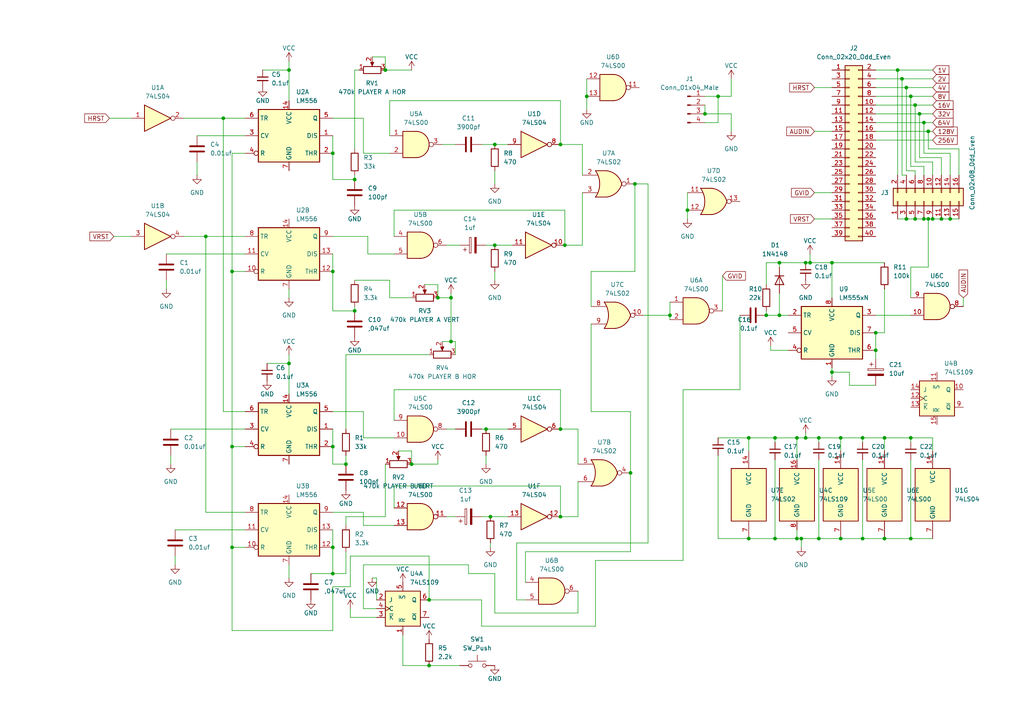
<source format=kicad_sch>
(kicad_sch (version 20211123) (generator eeschema)
  (paper "A4")
  (title_block (title "A Game of Tag") (date "2025-01-30") (rev "1") (company "Lockhart Electronics") (comment 1 "Based on designs by David L Heiserman"))
  (lib_symbols
    (symbol "74xx:74LS00" (pin_names (offset 1.016))
      (property "Reference" "U" (at 0 1.27 0))
      (property "Value" "74LS00" (at 0 -1.27 0))
      (symbol "74LS00_1_1"
        (pin input line (at -7.62 2.54 0) (length 3.81) (name "~") (number "1"))
        (pin input line (at -7.62 -2.54 0) (length 3.81) (name "~") (number "2"))
        (pin output inverted (at 7.62 0 180) (length 3.81) (name "~") (number "3"))
      )
      (symbol "74LS00_1_2"
        (pin input inverted (at -7.62 2.54 0) (length 4.318) (name "~") (number "1"))
        (pin input inverted (at -7.62 -2.54 0) (length 4.318) (name "~") (number "2"))
        (pin output line (at 7.62 0 180) (length 3.81) (name "~") (number "3"))
      )
      (symbol "74LS00_2_1"
        (pin input line (at -7.62 2.54 0) (length 3.81) (name "~") (number "4"))
        (pin input line (at -7.62 -2.54 0) (length 3.81) (name "~") (number "5"))
        (pin output inverted (at 7.62 0 180) (length 3.81) (name "~") (number "6"))
      )
      (symbol "74LS00_2_2"
        (pin input inverted (at -7.62 2.54 0) (length 4.318) (name "~") (number "4"))
        (pin input inverted (at -7.62 -2.54 0) (length 4.318) (name "~") (number "5"))
        (pin output line (at 7.62 0 180) (length 3.81) (name "~") (number "6"))
      )
      (symbol "74LS00_3_1"
        (pin input line (at -7.62 -2.54 0) (length 3.81) (name "~") (number "10"))
        (pin output inverted (at 7.62 0 180) (length 3.81) (name "~") (number "8"))
        (pin input line (at -7.62 2.54 0) (length 3.81) (name "~") (number "9"))
      )
      (symbol "74LS00_3_2"
        (pin input inverted (at -7.62 -2.54 0) (length 4.318) (name "~") (number "10"))
        (pin output line (at 7.62 0 180) (length 3.81) (name "~") (number "8"))
        (pin input inverted (at -7.62 2.54 0) (length 4.318) (name "~") (number "9"))
      )
      (symbol "74LS00_4_1"
        (pin output inverted (at 7.62 0 180) (length 3.81) (name "~") (number "11"))
        (pin input line (at -7.62 2.54 0) (length 3.81) (name "~") (number "12"))
        (pin input line (at -7.62 -2.54 0) (length 3.81) (name "~") (number "13"))
      )
      (symbol "74LS00_4_2"
        (pin output line (at 7.62 0 180) (length 3.81) (name "~") (number "11"))
        (pin input inverted (at -7.62 2.54 0) (length 4.318) (name "~") (number "12"))
        (pin input inverted (at -7.62 -2.54 0) (length 4.318) (name "~") (number "13"))
      )
      (symbol "74LS00_5_0"
        (pin power_in line (at 0 12.7 270) (length 5.08) (name "VCC") (number "14"))
        (pin power_in line (at 0 -12.7 90) (length 5.08) (name "GND") (number "7"))
      )
    )
    (symbol "74xx:74LS02" (pin_names (offset 1.016))
      (property "Reference" "U" (at 0 1.27 0))
      (property "Value" "74LS02" (at 0 -1.27 0))
      (symbol "74LS02_1_1"
        (pin output inverted (at 7.62 0 180) (length 3.81) (name "~") (number "1"))
        (pin input line (at -7.62 2.54 0) (length 4.318) (name "~") (number "2"))
        (pin input line (at -7.62 -2.54 0) (length 4.318) (name "~") (number "3"))
      )
      (symbol "74LS02_1_2"
        (pin output line (at 7.62 0 180) (length 3.81) (name "~") (number "1"))
        (pin input inverted (at -7.62 2.54 0) (length 3.81) (name "~") (number "2"))
        (pin input inverted (at -7.62 -2.54 0) (length 3.81) (name "~") (number "3"))
      )
      (symbol "74LS02_2_1"
        (pin output inverted (at 7.62 0 180) (length 3.81) (name "~") (number "4"))
        (pin input line (at -7.62 2.54 0) (length 4.318) (name "~") (number "5"))
        (pin input line (at -7.62 -2.54 0) (length 4.318) (name "~") (number "6"))
      )
      (symbol "74LS02_2_2"
        (pin output line (at 7.62 0 180) (length 3.81) (name "~") (number "4"))
        (pin input inverted (at -7.62 2.54 0) (length 3.81) (name "~") (number "5"))
        (pin input inverted (at -7.62 -2.54 0) (length 3.81) (name "~") (number "6"))
      )
      (symbol "74LS02_3_1"
        (pin output inverted (at 7.62 0 180) (length 3.81) (name "~") (number "10"))
        (pin input line (at -7.62 2.54 0) (length 4.318) (name "~") (number "8"))
        (pin input line (at -7.62 -2.54 0) (length 4.318) (name "~") (number "9"))
      )
      (symbol "74LS02_3_2"
        (pin output line (at 7.62 0 180) (length 3.81) (name "~") (number "10"))
        (pin input inverted (at -7.62 2.54 0) (length 3.81) (name "~") (number "8"))
        (pin input inverted (at -7.62 -2.54 0) (length 3.81) (name "~") (number "9"))
      )
      (symbol "74LS02_4_1"
        (pin input line (at -7.62 2.54 0) (length 4.318) (name "~") (number "11"))
        (pin input line (at -7.62 -2.54 0) (length 4.318) (name "~") (number "12"))
        (pin output inverted (at 7.62 0 180) (length 3.81) (name "~") (number "13"))
      )
      (symbol "74LS02_4_2"
        (pin input inverted (at -7.62 2.54 0) (length 3.81) (name "~") (number "11"))
        (pin input inverted (at -7.62 -2.54 0) (length 3.81) (name "~") (number "12"))
        (pin output line (at 7.62 0 180) (length 3.81) (name "~") (number "13"))
      )
      (symbol "74LS02_5_0"
        (pin power_in line (at 0 12.7 270) (length 5.08) (name "VCC") (number "14"))
        (pin power_in line (at 0 -12.7 90) (length 5.08) (name "GND") (number "7"))
      )
    )
    (symbol "74xx:74LS04"
      (property "Reference" "U" (at 0 1.27 0))
      (property "Value" "74LS04" (at 0 -1.27 0))
      (symbol "74LS04_1_0"
        (pin input line (at -7.62 0 0) (length 3.81) (name "~") (number "1"))
        (pin output inverted (at 7.62 0 180) (length 3.81) (name "~") (number "2"))
      )
      (symbol "74LS04_2_0"
        (pin input line (at -7.62 0 0) (length 3.81) (name "~") (number "3"))
        (pin output inverted (at 7.62 0 180) (length 3.81) (name "~") (number "4"))
      )
      (symbol "74LS04_3_0"
        (pin input line (at -7.62 0 0) (length 3.81) (name "~") (number "5"))
        (pin output inverted (at 7.62 0 180) (length 3.81) (name "~") (number "6"))
      )
      (symbol "74LS04_4_0"
        (pin output inverted (at 7.62 0 180) (length 3.81) (name "~") (number "8"))
        (pin input line (at -7.62 0 0) (length 3.81) (name "~") (number "9"))
      )
      (symbol "74LS04_5_0"
        (pin output inverted (at 7.62 0 180) (length 3.81) (name "~") (number "10"))
        (pin input line (at -7.62 0 0) (length 3.81) (name "~") (number "11"))
      )
      (symbol "74LS04_6_0"
        (pin output inverted (at 7.62 0 180) (length 3.81) (name "~") (number "12"))
        (pin input line (at -7.62 0 0) (length 3.81) (name "~") (number "13"))
      )
      (symbol "74LS04_7_0"
        (pin power_in line (at 0 12.7 270) (length 5.08) (name "VCC") (number "14"))
        (pin power_in line (at 0 -12.7 90) (length 5.08) (name "GND") (number "7"))
      )
    )
    (symbol "74xx:74LS109" (pin_names (offset 1.016))
      (property "Reference" "U" (at -7.62 8.89 0))
      (property "Value" "74LS109" (at -7.62 -8.89 0))
      (symbol "74LS109_1_0"
        (pin input line (at 0 -7.62 90) (length 2.54) (name "~{R}") (number "1"))
        (pin input line (at -7.62 2.54 0) (length 2.54) (name "J") (number "2"))
        (pin input line (at -7.62 -2.54 0) (length 2.54) (name "~{K}") (number "3"))
        (pin input clock (at -7.62 0 0) (length 2.54) (name "C") (number "4"))
        (pin input line (at 0 7.62 270) (length 2.54) (name "~{S}") (number "5"))
        (pin output line (at 7.62 2.54 180) (length 2.54) (name "Q") (number "6"))
        (pin output line (at 7.62 -2.54 180) (length 2.54) (name "~{Q}") (number "7"))
      )
      (symbol "74LS109_2_0"
        (pin output line (at 7.62 2.54 180) (length 2.54) (name "Q") (number "10"))
        (pin input line (at 0 7.62 270) (length 2.54) (name "~{S}") (number "11"))
        (pin input clock (at -7.62 0 0) (length 2.54) (name "C") (number "12"))
        (pin input line (at -7.62 -2.54 0) (length 2.54) (name "~{K}") (number "13"))
        (pin input line (at -7.62 2.54 0) (length 2.54) (name "J") (number "14"))
        (pin input line (at 0 -7.62 90) (length 2.54) (name "~{R}") (number "15"))
        (pin output line (at 7.62 -2.54 180) (length 2.54) (name "~{Q}") (number "9"))
      )
      (symbol "74LS109_3_0"
        (pin power_in line (at 0 10.16 270) (length 2.54) (name "VCC") (number "16"))
        (pin power_in line (at 0 -10.16 90) (length 2.54) (name "GND") (number "8"))
      )
    )
    (symbol "Connector:Conn_01x04_Male" (pin_names (offset 1.016) hide)
      (property "Reference" "J" (at 0 5.08 0))
      (property "Value" "Conn_01x04_Male" (at 0 -7.62 0))
      (symbol "Conn_01x04_Male_1_1"
        (pin passive line (at 5.08 2.54 180) (length 3.81) (name "Pin_1") (number "1"))
        (pin passive line (at 5.08 0 180) (length 3.81) (name "Pin_2") (number "2"))
        (pin passive line (at 5.08 -2.54 180) (length 3.81) (name "Pin_3") (number "3"))
        (pin passive line (at 5.08 -5.08 180) (length 3.81) (name "Pin_4") (number "4"))
      )
    )
    (symbol "Connector_Generic:Conn_02x08_Odd_Even" (pin_names (offset 1.016) hide)
      (property "Reference" "J" (at 1.27 10.16 0))
      (property "Value" "Conn_02x08_Odd_Even" (at 1.27 -12.7 0))
      (symbol "Conn_02x08_Odd_Even_1_1"
        (pin passive line (at -5.08 7.62 0) (length 3.81) (name "Pin_1") (number "1"))
        (pin passive line (at 7.62 -2.54 180) (length 3.81) (name "Pin_10") (number "10"))
        (pin passive line (at -5.08 -5.08 0) (length 3.81) (name "Pin_11") (number "11"))
        (pin passive line (at 7.62 -5.08 180) (length 3.81) (name "Pin_12") (number "12"))
        (pin passive line (at -5.08 -7.62 0) (length 3.81) (name "Pin_13") (number "13"))
        (pin passive line (at 7.62 -7.62 180) (length 3.81) (name "Pin_14") (number "14"))
        (pin passive line (at -5.08 -10.16 0) (length 3.81) (name "Pin_15") (number "15"))
        (pin passive line (at 7.62 -10.16 180) (length 3.81) (name "Pin_16") (number "16"))
        (pin passive line (at 7.62 7.62 180) (length 3.81) (name "Pin_2") (number "2"))
        (pin passive line (at -5.08 5.08 0) (length 3.81) (name "Pin_3") (number "3"))
        (pin passive line (at 7.62 5.08 180) (length 3.81) (name "Pin_4") (number "4"))
        (pin passive line (at -5.08 2.54 0) (length 3.81) (name "Pin_5") (number "5"))
        (pin passive line (at 7.62 2.54 180) (length 3.81) (name "Pin_6") (number "6"))
        (pin passive line (at -5.08 0 0) (length 3.81) (name "Pin_7") (number "7"))
        (pin passive line (at 7.62 0 180) (length 3.81) (name "Pin_8") (number "8"))
        (pin passive line (at -5.08 -2.54 0) (length 3.81) (name "Pin_9") (number "9"))
      )
    )
    (symbol "Connector_Generic:Conn_02x20_Odd_Even" (pin_names (offset 1.016) hide)
      (property "Reference" "J" (at 1.27 25.4 0))
      (property "Value" "Conn_02x20_Odd_Even" (at 1.27 -27.94 0))
      (symbol "Conn_02x20_Odd_Even_1_1"
        (pin passive line (at -5.08 22.86 0) (length 3.81) (name "Pin_1") (number "1"))
        (pin passive line (at 7.62 12.7 180) (length 3.81) (name "Pin_10") (number "10"))
        (pin passive line (at -5.08 10.16 0) (length 3.81) (name "Pin_11") (number "11"))
        (pin passive line (at 7.62 10.16 180) (length 3.81) (name "Pin_12") (number "12"))
        (pin passive line (at -5.08 7.62 0) (length 3.81) (name "Pin_13") (number "13"))
        (pin passive line (at 7.62 7.62 180) (length 3.81) (name "Pin_14") (number "14"))
        (pin passive line (at -5.08 5.08 0) (length 3.81) (name "Pin_15") (number "15"))
        (pin passive line (at 7.62 5.08 180) (length 3.81) (name "Pin_16") (number "16"))
        (pin passive line (at -5.08 2.54 0) (length 3.81) (name "Pin_17") (number "17"))
        (pin passive line (at 7.62 2.54 180) (length 3.81) (name "Pin_18") (number "18"))
        (pin passive line (at -5.08 0 0) (length 3.81) (name "Pin_19") (number "19"))
        (pin passive line (at 7.62 22.86 180) (length 3.81) (name "Pin_2") (number "2"))
        (pin passive line (at 7.62 0 180) (length 3.81) (name "Pin_20") (number "20"))
        (pin passive line (at -5.08 -2.54 0) (length 3.81) (name "Pin_21") (number "21"))
        (pin passive line (at 7.62 -2.54 180) (length 3.81) (name "Pin_22") (number "22"))
        (pin passive line (at -5.08 -5.08 0) (length 3.81) (name "Pin_23") (number "23"))
        (pin passive line (at 7.62 -5.08 180) (length 3.81) (name "Pin_24") (number "24"))
        (pin passive line (at -5.08 -7.62 0) (length 3.81) (name "Pin_25") (number "25"))
        (pin passive line (at 7.62 -7.62 180) (length 3.81) (name "Pin_26") (number "26"))
        (pin passive line (at -5.08 -10.16 0) (length 3.81) (name "Pin_27") (number "27"))
        (pin passive line (at 7.62 -10.16 180) (length 3.81) (name "Pin_28") (number "28"))
        (pin passive line (at -5.08 -12.7 0) (length 3.81) (name "Pin_29") (number "29"))
        (pin passive line (at -5.08 20.32 0) (length 3.81) (name "Pin_3") (number "3"))
        (pin passive line (at 7.62 -12.7 180) (length 3.81) (name "Pin_30") (number "30"))
        (pin passive line (at -5.08 -15.24 0) (length 3.81) (name "Pin_31") (number "31"))
        (pin passive line (at 7.62 -15.24 180) (length 3.81) (name "Pin_32") (number "32"))
        (pin passive line (at -5.08 -17.78 0) (length 3.81) (name "Pin_33") (number "33"))
        (pin passive line (at 7.62 -17.78 180) (length 3.81) (name "Pin_34") (number "34"))
        (pin passive line (at -5.08 -20.32 0) (length 3.81) (name "Pin_35") (number "35"))
        (pin passive line (at 7.62 -20.32 180) (length 3.81) (name "Pin_36") (number "36"))
        (pin passive line (at -5.08 -22.86 0) (length 3.81) (name "Pin_37") (number "37"))
        (pin passive line (at 7.62 -22.86 180) (length 3.81) (name "Pin_38") (number "38"))
        (pin passive line (at -5.08 -25.4 0) (length 3.81) (name "Pin_39") (number "39"))
        (pin passive line (at 7.62 20.32 180) (length 3.81) (name "Pin_4") (number "4"))
        (pin passive line (at 7.62 -25.4 180) (length 3.81) (name "Pin_40") (number "40"))
        (pin passive line (at -5.08 17.78 0) (length 3.81) (name "Pin_5") (number "5"))
        (pin passive line (at 7.62 17.78 180) (length 3.81) (name "Pin_6") (number "6"))
        (pin passive line (at -5.08 15.24 0) (length 3.81) (name "Pin_7") (number "7"))
        (pin passive line (at 7.62 15.24 180) (length 3.81) (name "Pin_8") (number "8"))
        (pin passive line (at -5.08 12.7 0) (length 3.81) (name "Pin_9") (number "9"))
      )
    )
    (symbol "Device:C" (pin_numbers hide) (pin_names (offset 0.254))
      (property "Reference" "C" (at 0.635 2.54 0))
      (property "Value" "C" (at 0.635 -2.54 0))
      (symbol "C_1_1"
        (pin passive line (at 0 3.81 270) (length 2.794) (name "~") (number "1"))
        (pin passive line (at 0 -3.81 90) (length 2.794) (name "~") (number "2"))
      )
    )
    (symbol "Device:C_Polarized" (pin_numbers hide) (pin_names (offset 0.254))
      (property "Reference" "C" (at 0.635 2.54 0))
      (property "Value" "C_Polarized" (at 0.635 -2.54 0))
      (symbol "C_Polarized_1_1"
        (pin passive line (at 0 3.81 270) (length 2.794) (name "~") (number "1"))
        (pin passive line (at 0 -3.81 90) (length 2.794) (name "~") (number "2"))
      )
    )
    (symbol "Device:C_Small" (pin_numbers hide) (pin_names (offset 0.254) hide)
      (property "Reference" "C" (at 0.254 1.778 0))
      (property "Value" "C_Small" (at 0.254 -2.032 0))
      (symbol "C_Small_1_1"
        (pin passive line (at 0 2.54 270) (length 2.032) (name "~") (number "1"))
        (pin passive line (at 0 -2.54 90) (length 2.032) (name "~") (number "2"))
      )
    )
    (symbol "Device:R" (pin_numbers hide) (pin_names (offset 0))
      (property "Reference" "R" (at 2.032 0 90))
      (property "Value" "R" (at 0 0 90))
      (symbol "R_1_1"
        (pin passive line (at 0 3.81 270) (length 1.27) (name "~") (number "1"))
        (pin passive line (at 0 -3.81 90) (length 1.27) (name "~") (number "2"))
      )
    )
    (symbol "Device:R_Potentiometer" (pin_names (offset 1.016) hide)
      (property "Reference" "RV" (at -4.445 0 90))
      (property "Value" "R_Potentiometer" (at -2.54 0 90))
      (symbol "R_Potentiometer_1_1"
        (pin passive line (at 0 3.81 270) (length 1.27) (name "1") (number "1"))
        (pin passive line (at 3.81 0 180) (length 1.27) (name "2") (number "2"))
        (pin passive line (at 0 -3.81 90) (length 1.27) (name "3") (number "3"))
      )
    )
    (symbol "Diode:1N4148" (pin_numbers hide) (pin_names (offset 1.016) hide)
      (property "Reference" "D" (at 0 2.54 0))
      (property "Value" "1N4148" (at 0 -2.54 0))
      (symbol "1N4148_1_1"
        (pin passive line (at -3.81 0 0) (length 2.54) (name "K") (number "1"))
        (pin passive line (at 3.81 0 180) (length 2.54) (name "A") (number "2"))
      )
    )
    (symbol "Switch:SW_Push" (pin_numbers hide) (pin_names (offset 1.016) hide)
      (property "Reference" "SW" (at 1.27 2.54 0))
      (property "Value" "SW_Push" (at 0 -1.524 0))
      (symbol "SW_Push_0_1"
        (pin passive line (at -5.08 0 0) (length 2.54) (name "1") (number "1"))
        (pin passive line (at 5.08 0 180) (length 2.54) (name "2") (number "2"))
      )
    )
    (symbol "Timer:LM555xN"
      (property "Reference" "U" (at -10.16 8.89 0))
      (property "Value" "LM555xN" (at 2.54 8.89 0))
      (symbol "LM555xN_0_0"
        (pin power_in line (at 0 -10.16 90) (length 2.54) (name "GND") (number "1"))
        (pin power_in line (at 0 10.16 270) (length 2.54) (name "VCC") (number "8"))
      )
      (symbol "LM555xN_1_1"
        (pin input line (at -12.7 5.08 0) (length 3.81) (name "TR") (number "2"))
        (pin output line (at 12.7 5.08 180) (length 3.81) (name "Q") (number "3"))
        (pin input inverted (at -12.7 -5.08 0) (length 3.81) (name "R") (number "4"))
        (pin input line (at -12.7 0 0) (length 3.81) (name "CV") (number "5"))
        (pin input line (at 12.7 -5.08 180) (length 3.81) (name "THR") (number "6"))
        (pin input line (at 12.7 0 180) (length 3.81) (name "DIS") (number "7"))
      )
    )
    (symbol "Timer:LM556"
      (property "Reference" "U" (at -10.16 8.89 0))
      (property "Value" "LM556" (at -10.16 -8.89 0))
      (symbol "LM556_0_0"
        (pin power_in line (at 0 10.16 270) (length 2.54) (name "VCC") (number "14"))
        (pin power_in line (at 0 -10.16 90) (length 2.54) (name "GND") (number "7"))
      )
      (symbol "LM556_1_1"
        (pin input line (at 12.7 0 180) (length 3.81) (name "DIS") (number "1"))
        (pin input line (at 12.7 -5.08 180) (length 3.81) (name "THR") (number "2"))
        (pin input line (at -12.7 0 0) (length 3.81) (name "CV") (number "3"))
        (pin input inverted (at -12.7 -5.08 0) (length 3.81) (name "R") (number "4"))
        (pin output line (at 12.7 5.08 180) (length 3.81) (name "Q") (number "5"))
        (pin input line (at -12.7 5.08 0) (length 3.81) (name "TR") (number "6"))
      )
      (symbol "LM556_2_1"
        (pin input inverted (at -12.7 -5.08 0) (length 3.81) (name "R") (number "10"))
        (pin input line (at -12.7 0 0) (length 3.81) (name "CV") (number "11"))
        (pin input line (at 12.7 -5.08 180) (length 3.81) (name "THR") (number "12"))
        (pin input line (at 12.7 0 180) (length 3.81) (name "DIS") (number "13"))
        (pin input line (at -12.7 5.08 0) (length 3.81) (name "TR") (number "8"))
        (pin output line (at 12.7 5.08 180) (length 3.81) (name "Q") (number "9"))
      )
    )
    (symbol "power:GND" (power) (pin_names (offset 0))
      (property "Value" "GND" (at 0 -3.81 0))
      (symbol "GND_1_1"
        (pin power_in line (at 0 0 270) (length 0) hide (name "GND") (number "1"))
      )
    )
    (symbol "power:VCC" (power) (pin_names (offset 0))
      (property "Value" "VCC" (at 0 3.81 0))
      (symbol "VCC_1_1"
        (pin power_in line (at 0 0 90) (length 0) hide (name "VCC") (number "1"))
      )
    )
  )
  (junction (at 264.16 27.94))
  (junction (at 266.7 33.02))
  (junction (at 222.25 91.44))
  (junction (at 233.68 127))
  (junction (at 237.49 156.21))
  (junction (at 143.51 71.12))
  (junction (at 170.18 27.94))
  (junction (at 226.06 91.44))
  (junction (at 67.31 78.74))
  (junction (at 256.54 156.21))
  (junction (at 241.3 107.95))
  (junction (at 256.54 127))
  (junction (at 264.16 127))
  (junction (at 182.88 137.16))
  (junction (at 265.43 30.48))
  (junction (at 231.14 127))
  (junction (at 162.56 41.91))
  (junction (at 217.17 156.21))
  (junction (at 265.43 63.5))
  (junction (at 83.82 105.41))
  (junction (at 96.52 158.75))
  (junction (at 140.97 124.46))
  (junction (at 67.31 158.75))
  (junction (at 243.84 127))
  (junction (at 269.24 63.5))
  (junction (at 199.39 60.96))
  (junction (at 232.41 156.21))
  (junction (at 231.14 156.21))
  (junction (at 124.46 173.99))
  (junction (at 96.52 129.54))
  (junction (at 130.81 86.36))
  (junction (at 234.95 76.2))
  (junction (at 275.59 63.5))
  (junction (at 208.28 27.94))
  (junction (at 102.87 52.07))
  (junction (at 270.51 63.5))
  (junction (at 250.19 156.21))
  (junction (at 204.47 33.02))
  (junction (at 241.3 76.2))
  (junction (at 67.31 129.54))
  (junction (at 250.19 127))
  (junction (at 224.79 127))
  (junction (at 261.62 22.86))
  (junction (at 262.89 25.4))
  (junction (at 130.81 99.06))
  (junction (at 96.52 166.37))
  (junction (at 224.79 156.21))
  (junction (at 226.06 76.2))
  (junction (at 96.52 78.74))
  (junction (at 83.82 20.32))
  (junction (at 269.24 38.1))
  (junction (at 162.56 149.86))
  (junction (at 260.35 20.32))
  (junction (at 119.38 134.62))
  (junction (at 102.87 90.17))
  (junction (at 184.15 53.34))
  (junction (at 194.31 91.44))
  (junction (at 262.89 63.5))
  (junction (at 100.33 134.62))
  (junction (at 124.46 193.04))
  (junction (at 254 96.52))
  (junction (at 142.24 149.86))
  (junction (at 127 86.36))
  (junction (at 267.97 35.56))
  (junction (at 163.83 71.12))
  (junction (at 143.51 41.91))
  (junction (at 237.49 127))
  (junction (at 111.76 20.32))
  (junction (at 264.16 156.21))
  (junction (at 59.69 68.58))
  (junction (at 64.77 34.29))
  (junction (at 162.56 124.46))
  (junction (at 254 101.6))
  (junction (at 273.05 63.5))
  (junction (at 96.52 44.45))
  (junction (at 233.68 76.2))
  (junction (at 217.17 127))
  (junction (at 243.84 156.21))
  (junction (at 267.97 63.5))
  (wire (pts (xy 236.22 38.1) (xy 241.3 38.1)))
  (wire (pts (xy 254 40.64) (xy 270.51 40.64)))
  (wire (pts (xy 100.33 132.08) (xy 100.33 134.62)))
  (wire (pts (xy 124.46 102.87) (xy 100.33 102.87)))
  (wire (pts (xy 256.54 127) (xy 250.19 127)))
  (wire (pts (xy 71.12 44.45) (xy 67.31 44.45)))
  (wire (pts (xy 59.69 148.59) (xy 71.12 148.59)))
  (wire (pts (xy 152.4 173.99) (xy 149.86 173.99)))
  (wire (pts (xy 261.62 22.86) (xy 270.51 22.86)))
  (wire (pts (xy 96.52 52.07) (xy 102.87 52.07)))
  (wire (pts (xy 106.68 68.58) (xy 106.68 73.66)))
  (wire (pts (xy 100.33 160.02) (xy 100.33 166.37)))
  (wire (pts (xy 114.3 60.96) (xy 163.83 60.96)))
  (wire (pts (xy 199.39 55.88) (xy 199.39 60.96)))
  (wire (pts (xy 171.45 78.74) (xy 171.45 88.9)))
  (wire (pts (xy 143.51 49.53) (xy 143.51 53.34)))
  (wire (pts (xy 104.14 20.32) (xy 102.87 20.32)))
  (wire (pts (xy 96.52 34.29) (xy 105.41 34.29)))
  (wire (pts (xy 96.52 78.74) (xy 96.52 90.17)))
  (wire (pts (xy 278.13 43.18) (xy 269.24 43.18)))
  (wire (pts (xy 109.22 179.07) (xy 101.6 179.07)))
  (wire (pts (xy 269.24 38.1) (xy 269.24 43.18)))
  (wire (pts (xy 224.79 156.21) (xy 231.14 156.21)))
  (wire (pts (xy 105.41 119.38) (xy 105.41 127)))
  (wire (pts (xy 130.81 86.36) (xy 127 86.36)))
  (wire (pts (xy 149.86 157.48) (xy 187.96 157.48)))
  (wire (pts (xy 143.51 41.91) (xy 147.32 41.91)))
  (wire (pts (xy 83.82 17.78) (xy 83.82 20.32)))
  (wire (pts (xy 233.68 125.73) (xy 233.68 127)))
  (wire (pts (xy 102.87 50.8) (xy 102.87 52.07)))
  (wire (pts (xy 236.22 25.4) (xy 241.3 25.4)))
  (wire (pts (xy 162.56 140.97) (xy 162.56 149.86)))
  (wire (pts (xy 222.25 91.44) (xy 226.06 91.44)))
  (wire (pts (xy 64.77 34.29) (xy 64.77 119.38)))
  (wire (pts (xy 124.46 193.04) (xy 133.35 193.04)))
  (wire (pts (xy 143.51 166.37) (xy 135.89 166.37)))
  (wire (pts (xy 254 30.48) (xy 265.43 30.48)))
  (wire (pts (xy 204.47 27.94) (xy 208.28 27.94)))
  (wire (pts (xy 132.08 99.06) (xy 132.08 102.87)))
  (wire (pts (xy 267.97 44.45) (xy 267.97 35.56)))
  (wire (pts (xy 260.35 63.5) (xy 262.89 63.5)))
  (wire (pts (xy 184.15 53.34) (xy 184.15 78.74)))
  (wire (pts (xy 237.49 127) (xy 233.68 127)))
  (wire (pts (xy 241.3 107.95) (xy 241.3 109.22)))
  (wire (pts (xy 226.06 76.2) (xy 226.06 77.47)))
  (wire (pts (xy 101.6 161.29) (xy 101.6 170.18)))
  (wire (pts (xy 162.56 124.46) (xy 167.64 124.46)))
  (wire (pts (xy 113.03 39.37) (xy 113.03 29.21)))
  (wire (pts (xy 142.24 149.86) (xy 147.32 149.86)))
  (wire (pts (xy 275.59 44.45) (xy 267.97 44.45)))
  (wire (pts (xy 223.52 101.6) (xy 223.52 100.33)))
  (wire (pts (xy 143.51 78.74) (xy 143.51 81.28)))
  (wire (pts (xy 96.52 124.46) (xy 96.52 129.54)))
  (wire (pts (xy 250.19 156.21) (xy 256.54 156.21)))
  (wire (pts (xy 231.14 153.67) (xy 231.14 156.21)))
  (wire (pts (xy 96.52 153.67) (xy 96.52 158.75)))
  (wire (pts (xy 226.06 91.44) (xy 228.6 91.44)))
  (wire (pts (xy 130.81 85.09) (xy 130.81 86.36)))
  (wire (pts (xy 130.81 86.36) (xy 130.81 99.06)))
  (wire (pts (xy 96.52 182.88) (xy 67.31 182.88)))
  (wire (pts (xy 264.16 77.47) (xy 264.16 86.36)))
  (wire (pts (xy 204.47 33.02) (xy 212.09 33.02)))
  (wire (pts (xy 265.43 50.8) (xy 265.43 49.53)))
  (wire (pts (xy 275.59 63.5) (xy 278.13 63.5)))
  (wire (pts (xy 243.84 156.21) (xy 250.19 156.21)))
  (wire (pts (xy 102.87 20.32) (xy 102.87 43.18)))
  (wire (pts (xy 241.3 107.95) (xy 246.38 107.95)))
  (wire (pts (xy 243.84 127) (xy 237.49 127)))
  (wire (pts (xy 168.91 41.91) (xy 168.91 50.8)))
  (wire (pts (xy 142.24 157.48) (xy 142.24 158.75)))
  (wire (pts (xy 267.97 63.5) (xy 269.24 63.5)))
  (wire (pts (xy 140.97 124.46) (xy 147.32 124.46)))
  (wire (pts (xy 111.76 16.51) (xy 111.76 20.32)))
  (wire (pts (xy 140.97 71.12) (xy 143.51 71.12)))
  (wire (pts (xy 186.69 91.44) (xy 194.31 91.44)))
  (wire (pts (xy 96.52 44.45) (xy 96.52 52.07)))
  (wire (pts (xy 59.69 68.58) (xy 71.12 68.58)))
  (wire (pts (xy 270.51 127) (xy 264.16 127)))
  (wire (pts (xy 233.68 76.2) (xy 234.95 76.2)))
  (wire (pts (xy 198.12 113.03) (xy 214.63 113.03)))
  (wire (pts (xy 163.83 60.96) (xy 163.83 71.12)))
  (wire (pts (xy 204.47 35.56) (xy 208.28 35.56)))
  (wire (pts (xy 139.7 41.91) (xy 143.51 41.91)))
  (wire (pts (xy 139.7 173.99) (xy 139.7 181.61)))
  (wire (pts (xy 105.41 176.53) (xy 109.22 176.53)))
  (wire (pts (xy 105.41 34.29) (xy 105.41 44.45)))
  (wire (pts (xy 140.97 132.08) (xy 140.97 134.62)))
  (wire (pts (xy 224.79 127) (xy 224.79 128.27)))
  (wire (pts (xy 64.77 119.38) (xy 71.12 119.38)))
  (wire (pts (xy 184.15 78.74) (xy 171.45 78.74)))
  (wire (pts (xy 114.3 147.32) (xy 114.3 140.97)))
  (wire (pts (xy 209.55 90.17) (xy 209.55 80.01)))
  (wire (pts (xy 96.52 68.58) (xy 106.68 68.58)))
  (wire (pts (xy 116.84 184.15) (xy 116.84 193.04)))
  (wire (pts (xy 96.52 129.54) (xy 96.52 134.62)))
  (wire (pts (xy 168.91 71.12) (xy 163.83 71.12)))
  (wire (pts (xy 167.64 171.45) (xy 167.64 177.8)))
  (wire (pts (xy 143.51 71.12) (xy 148.59 71.12)))
  (wire (pts (xy 67.31 158.75) (xy 71.12 158.75)))
  (wire (pts (xy 124.46 161.29) (xy 101.6 161.29)))
  (wire (pts (xy 124.46 173.99) (xy 139.7 173.99)))
  (wire (pts (xy 182.88 160.02) (xy 182.88 137.16)))
  (wire (pts (xy 67.31 182.88) (xy 67.31 158.75)))
  (wire (pts (xy 208.28 132.08) (xy 208.28 156.21)))
  (wire (pts (xy 53.34 34.29) (xy 64.77 34.29)))
  (wire (pts (xy 267.97 50.8) (xy 267.97 48.26)))
  (wire (pts (xy 254 27.94) (xy 264.16 27.94)))
  (wire (pts (xy 107.95 16.51) (xy 111.76 16.51)))
  (wire (pts (xy 167.64 124.46) (xy 167.64 134.62)))
  (wire (pts (xy 111.76 134.62) (xy 111.76 149.86)))
  (wire (pts (xy 123.19 82.55) (xy 127 82.55)))
  (wire (pts (xy 109.22 173.99) (xy 109.22 167.64)))
  (wire (pts (xy 67.31 78.74) (xy 71.12 78.74)))
  (wire (pts (xy 113.03 86.36) (xy 113.03 81.28)))
  (wire (pts (xy 139.7 149.86) (xy 142.24 149.86)))
  (wire (pts (xy 129.54 124.46) (xy 132.08 124.46)))
  (wire (pts (xy 254 35.56) (xy 267.97 35.56)))
  (wire (pts (xy 162.56 29.21) (xy 162.56 41.91)))
  (wire (pts (xy 208.28 27.94) (xy 212.09 27.94)))
  (wire (pts (xy 273.05 45.72) (xy 266.7 45.72)))
  (wire (pts (xy 114.3 113.03) (xy 162.56 113.03)))
  (wire (pts (xy 105.41 148.59) (xy 105.41 152.4)))
  (wire (pts (xy 182.88 119.38) (xy 182.88 137.16)))
  (wire (pts (xy 101.6 170.18) (xy 96.52 170.18)))
  (wire (pts (xy 256.54 156.21) (xy 264.16 156.21)))
  (wire (pts (xy 96.52 148.59) (xy 105.41 148.59)))
  (wire (pts (xy 119.38 86.36) (xy 113.03 86.36)))
  (wire (pts (xy 264.16 156.21) (xy 270.51 156.21)))
  (wire (pts (xy 96.52 158.75) (xy 96.52 166.37)))
  (wire (pts (xy 100.33 149.86) (xy 100.33 152.4)))
  (wire (pts (xy 254 91.44) (xy 264.16 91.44)))
  (wire (pts (xy 256.54 83.82) (xy 256.54 96.52)))
  (wire (pts (xy 222.25 90.17) (xy 222.25 91.44)))
  (wire (pts (xy 264.16 48.26) (xy 264.16 27.94)))
  (wire (pts (xy 83.82 105.41) (xy 83.82 114.3)))
  (wire (pts (xy 127 134.62) (xy 119.38 134.62)))
  (wire (pts (xy 187.96 157.48) (xy 187.96 53.34)))
  (wire (pts (xy 48.26 73.66) (xy 71.12 73.66)))
  (wire (pts (xy 64.77 34.29) (xy 71.12 34.29)))
  (wire (pts (xy 265.43 49.53) (xy 262.89 49.53)))
  (wire (pts (xy 254 25.4) (xy 262.89 25.4)))
  (wire (pts (xy 246.38 107.95) (xy 246.38 111.76)))
  (wire (pts (xy 265.43 63.5) (xy 267.97 63.5)))
  (wire (pts (xy 264.16 27.94) (xy 270.51 27.94)))
  (wire (pts (xy 96.52 170.18) (xy 96.52 182.88)))
  (wire (pts (xy 212.09 38.1) (xy 212.09 33.02)))
  (wire (pts (xy 105.41 127) (xy 114.3 127)))
  (wire (pts (xy 96.52 90.17) (xy 102.87 90.17)))
  (wire (pts (xy 208.28 127) (xy 217.17 127)))
  (wire (pts (xy 96.52 134.62) (xy 100.33 134.62)))
  (wire (pts (xy 187.96 53.34) (xy 184.15 53.34)))
  (wire (pts (xy 135.89 163.83) (xy 105.41 163.83)))
  (wire (pts (xy 264.16 133.35) (xy 264.16 156.21)))
  (wire (pts (xy 232.41 156.21) (xy 237.49 156.21)))
  (wire (pts (xy 116.84 193.04) (xy 124.46 193.04)))
  (wire (pts (xy 264.16 127) (xy 256.54 127)))
  (wire (pts (xy 67.31 78.74) (xy 67.31 129.54)))
  (wire (pts (xy 256.54 127) (xy 256.54 130.81)))
  (wire (pts (xy 233.68 76.2) (xy 226.06 76.2)))
  (wire (pts (xy 67.31 44.45) (xy 67.31 78.74)))
  (wire (pts (xy 265.43 30.48) (xy 270.51 30.48)))
  (wire (pts (xy 172.72 181.61) (xy 172.72 162.56)))
  (wire (pts (xy 67.31 129.54) (xy 71.12 129.54)))
  (wire (pts (xy 237.49 156.21) (xy 243.84 156.21)))
  (wire (pts (xy 83.82 102.87) (xy 83.82 105.41)))
  (wire (pts (xy 262.89 50.8) (xy 261.62 50.8)))
  (wire (pts (xy 267.97 35.56) (xy 270.51 35.56)))
  (wire (pts (xy 232.41 156.21) (xy 232.41 158.75)))
  (wire (pts (xy 31.75 34.29) (xy 38.1 34.29)))
  (wire (pts (xy 254 22.86) (xy 261.62 22.86)))
  (wire (pts (xy 234.95 76.2) (xy 241.3 76.2)))
  (wire (pts (xy 237.49 127) (xy 237.49 128.27)))
  (wire (pts (xy 105.41 163.83) (xy 105.41 176.53)))
  (wire (pts (xy 111.76 149.86) (xy 100.33 149.86)))
  (wire (pts (xy 260.35 20.32) (xy 260.35 50.8)))
  (wire (pts (xy 224.79 127) (xy 217.17 127)))
  (wire (pts (xy 135.89 166.37) (xy 135.89 163.83)))
  (wire (pts (xy 50.8 153.67) (xy 71.12 153.67)))
  (wire (pts (xy 256.54 96.52) (xy 254 96.52)))
  (wire (pts (xy 208.28 156.21) (xy 217.17 156.21)))
  (wire (pts (xy 106.68 73.66) (xy 114.3 73.66)))
  (wire (pts (xy 262.89 25.4) (xy 270.51 25.4)))
  (wire (pts (xy 170.18 27.94) (xy 170.18 31.75)))
  (wire (pts (xy 279.4 86.36) (xy 279.4 88.9)))
  (wire (pts (xy 250.19 133.35) (xy 250.19 156.21)))
  (wire (pts (xy 172.72 162.56) (xy 198.12 162.56)))
  (wire (pts (xy 234.95 73.66) (xy 234.95 76.2)))
  (wire (pts (xy 105.41 44.45) (xy 113.03 44.45)))
  (wire (pts (xy 59.69 68.58) (xy 59.69 148.59)))
  (wire (pts (xy 143.51 177.8) (xy 143.51 166.37)))
  (wire (pts (xy 236.22 55.88) (xy 241.3 55.88)))
  (wire (pts (xy 273.05 50.8) (xy 273.05 45.72)))
  (wire (pts (xy 49.53 124.46) (xy 71.12 124.46)))
  (wire (pts (xy 162.56 41.91) (xy 168.91 41.91)))
  (wire (pts (xy 270.51 63.5) (xy 273.05 63.5)))
  (wire (pts (xy 149.86 173.99) (xy 149.86 157.48)))
  (wire (pts (xy 96.52 166.37) (xy 90.17 166.37)))
  (wire (pts (xy 127 133.35) (xy 127 134.62)))
  (wire (pts (xy 243.84 127) (xy 243.84 130.81)))
  (wire (pts (xy 261.62 22.86) (xy 261.62 50.8)))
  (wire (pts (xy 114.3 121.92) (xy 114.3 113.03)))
  (wire (pts (xy 224.79 133.35) (xy 224.79 156.21)))
  (wire (pts (xy 236.22 63.5) (xy 241.3 63.5)))
  (wire (pts (xy 270.51 50.8) (xy 270.51 46.99)))
  (wire (pts (xy 53.34 68.58) (xy 59.69 68.58)))
  (wire (pts (xy 100.33 166.37) (xy 96.52 166.37)))
  (wire (pts (xy 102.87 88.9) (xy 102.87 90.17)))
  (wire (pts (xy 217.17 127) (xy 217.17 130.81)))
  (wire (pts (xy 171.45 119.38) (xy 182.88 119.38)))
  (wire (pts (xy 111.76 20.32) (xy 119.38 20.32)))
  (wire (pts (xy 101.6 179.07) (xy 101.6 176.53)))
  (wire (pts (xy 96.52 73.66) (xy 96.52 78.74)))
  (wire (pts (xy 246.38 111.76) (xy 254 111.76)))
  (wire (pts (xy 241.3 76.2) (xy 241.3 86.36)))
  (wire (pts (xy 270.51 130.81) (xy 270.51 127)))
  (wire (pts (xy 199.39 60.96) (xy 199.39 63.5)))
  (wire (pts (xy 83.82 20.32) (xy 83.82 29.21)))
  (wire (pts (xy 269.24 63.5) (xy 269.24 77.47)))
  (wire (pts (xy 129.54 71.12) (xy 133.35 71.12)))
  (wire (pts (xy 269.24 63.5) (xy 270.51 63.5)))
  (wire (pts (xy 127 82.55) (xy 127 86.36)))
  (wire (pts (xy 170.18 22.86) (xy 170.18 27.94)))
  (wire (pts (xy 96.52 119.38) (xy 105.41 119.38)))
  (wire (pts (xy 204.47 30.48) (xy 204.47 33.02)))
  (wire (pts (xy 194.31 87.63) (xy 194.31 91.44)))
  (wire (pts (xy 260.35 20.32) (xy 270.51 20.32)))
  (wire (pts (xy 83.82 163.83) (xy 83.82 167.64)))
  (wire (pts (xy 152.4 160.02) (xy 182.88 160.02)))
  (wire (pts (xy 168.91 55.88) (xy 168.91 71.12)))
  (wire (pts (xy 214.63 113.03) (xy 214.63 91.44)))
  (wire (pts (xy 33.02 68.58) (xy 38.1 68.58)))
  (wire (pts (xy 167.64 177.8) (xy 143.51 177.8)))
  (wire (pts (xy 167.64 139.7) (xy 167.64 149.86)))
  (wire (pts (xy 208.28 35.56) (xy 208.28 27.94)))
  (wire (pts (xy 139.7 181.61) (xy 172.72 181.61)))
  (wire (pts (xy 105.41 152.4) (xy 114.3 152.4)))
  (wire (pts (xy 48.26 81.28) (xy 48.26 83.82)))
  (wire (pts (xy 113.03 81.28) (xy 102.87 81.28)))
  (wire (pts (xy 262.89 49.53) (xy 262.89 25.4)))
  (wire (pts (xy 129.54 149.86) (xy 132.08 149.86)))
  (wire (pts (xy 171.45 93.98) (xy 171.45 119.38)))
  (wire (pts (xy 254 101.6) (xy 254 104.14)))
  (wire (pts (xy 114.3 140.97) (xy 162.56 140.97)))
  (wire (pts (xy 264.16 127) (xy 264.16 128.27)))
  (wire (pts (xy 217.17 156.21) (xy 224.79 156.21)))
  (wire (pts (xy 267.97 48.26) (xy 264.16 48.26)))
  (wire (pts (xy 269.24 38.1) (xy 270.51 38.1)))
  (wire (pts (xy 100.33 102.87) (xy 100.33 124.46)))
  (wire (pts (xy 231.14 127) (xy 233.68 127)))
  (wire (pts (xy 224.79 127) (xy 231.14 127)))
  (wire (pts (xy 128.27 99.06) (xy 130.81 99.06)))
  (wire (pts (xy 139.7 124.46) (xy 140.97 124.46)))
  (wire (pts (xy 254 38.1) (xy 269.24 38.1)))
  (wire (pts (xy 67.31 129.54) (xy 67.31 158.75)))
  (wire (pts (xy 128.27 41.91) (xy 132.08 41.91)))
  (wire (pts (xy 254 20.32) (xy 260.35 20.32)))
  (wire (pts (xy 119.38 130.81) (xy 119.38 134.62)))
  (wire (pts (xy 269.24 77.47) (xy 264.16 77.47)))
  (wire (pts (xy 266.7 33.02) (xy 270.51 33.02)))
  (wire (pts (xy 250.19 127) (xy 250.19 128.27)))
  (wire (pts (xy 124.46 173.99) (xy 124.46 161.29)))
  (wire (pts (xy 254 33.02) (xy 266.7 33.02)))
  (wire (pts (xy 270.51 46.99) (xy 265.43 46.99)))
  (wire (pts (xy 113.03 29.21) (xy 162.56 29.21)))
  (wire (pts (xy 130.81 99.06) (xy 132.08 99.06)))
  (wire (pts (xy 226.06 76.2) (xy 222.25 76.2)))
  (wire (pts (xy 83.82 83.82) (xy 83.82 86.36)))
  (wire (pts (xy 254 96.52) (xy 254 101.6)))
  (wire (pts (xy 273.05 63.5) (xy 275.59 63.5)))
  (wire (pts (xy 115.57 130.81) (xy 119.38 130.81)))
  (wire (pts (xy 109.22 167.64) (xy 107.95 167.64)))
  (wire (pts (xy 114.3 68.58) (xy 114.3 60.96)))
  (wire (pts (xy 96.52 39.37) (xy 96.52 44.45)))
  (wire (pts (xy 241.3 76.2) (xy 256.54 76.2)))
  (wire (pts (xy 57.15 39.37) (xy 71.12 39.37)))
  (wire (pts (xy 275.59 50.8) (xy 275.59 44.45)))
  (wire (pts (xy 231.14 156.21) (xy 232.41 156.21)))
  (wire (pts (xy 262.89 63.5) (xy 265.43 63.5)))
  (wire (pts (xy 77.47 105.41) (xy 83.82 105.41)))
  (wire (pts (xy 226.06 85.09) (xy 226.06 91.44)))
  (wire (pts (xy 231.14 127) (xy 231.14 133.35)))
  (wire (pts (xy 212.09 27.94) (xy 212.09 22.86)))
  (wire (pts (xy 194.31 91.44) (xy 194.31 92.71)))
  (wire (pts (xy 198.12 162.56) (xy 198.12 113.03)))
  (wire (pts (xy 167.64 149.86) (xy 162.56 149.86)))
  (wire (pts (xy 57.15 46.99) (xy 57.15 50.8)))
  (wire (pts (xy 76.2 20.32) (xy 83.82 20.32)))
  (wire (pts (xy 278.13 50.8) (xy 278.13 43.18)))
  (wire (pts (xy 50.8 161.29) (xy 50.8 163.83)))
  (wire (pts (xy 162.56 113.03) (xy 162.56 124.46)))
  (wire (pts (xy 228.6 101.6) (xy 223.52 101.6)))
  (wire (pts (xy 49.53 132.08) (xy 49.53 134.62)))
  (wire (pts (xy 222.25 76.2) (xy 222.25 82.55)))
  (wire (pts (xy 266.7 45.72) (xy 266.7 33.02)))
  (wire (pts (xy 265.43 46.99) (xy 265.43 30.48)))
  (wire (pts (xy 237.49 133.35) (xy 237.49 156.21)))
  (wire (pts (xy 241.3 106.68) (xy 241.3 107.95)))
  (wire (pts (xy 250.19 127) (xy 243.84 127)))
  (wire (pts (xy 152.4 168.91) (xy 152.4 160.02)))
  (global_label "HRST" (shape input) (at 31.75 34.29 180) (property "Intersheet References" "${INTERSHEET_REFS}" (effects hide)))
  (global_label "64V" (shape input) (at 270.51 35.56 0) (property "Intersheet References" "${INTERSHEET_REFS}" (effects hide)))
  (global_label "128V" (shape input) (at 270.51 38.1 0) (property "Intersheet References" "${INTERSHEET_REFS}" (effects hide)))
  (global_label "2V" (shape input) (at 270.51 22.86 0) (property "Intersheet References" "${INTERSHEET_REFS}" (effects hide)))
  (global_label "HRST" (shape input) (at 236.22 25.4 180) (property "Intersheet References" "${INTERSHEET_REFS}" (effects hide)))
  (global_label "VRST" (shape input) (at 236.22 63.5 180) (property "Intersheet References" "${INTERSHEET_REFS}" (effects hide)))
  (global_label "32V" (shape input) (at 270.51 33.02 0) (property "Intersheet References" "${INTERSHEET_REFS}" (effects hide)))
  (global_label "8V" (shape input) (at 270.51 27.94 0) (property "Intersheet References" "${INTERSHEET_REFS}" (effects hide)))
  (global_label "AUDIN" (shape input) (at 279.4 86.36 90) (property "Intersheet References" "${INTERSHEET_REFS}" (effects hide)))
  (global_label "AUDIN" (shape input) (at 236.22 38.1 180) (property "Intersheet References" "${INTERSHEET_REFS}" (effects hide)))
  (global_label "4V" (shape input) (at 270.51 25.4 0) (property "Intersheet References" "${INTERSHEET_REFS}" (effects hide)))
  (global_label "16V" (shape input) (at 270.51 30.48 0) (property "Intersheet References" "${INTERSHEET_REFS}" (effects hide)))
  (global_label "1V" (shape input) (at 270.51 20.32 0) (property "Intersheet References" "${INTERSHEET_REFS}" (effects hide)))
  (global_label "GVID" (shape input) (at 209.55 80.01 0) (property "Intersheet References" "${INTERSHEET_REFS}" (effects hide)))
  (global_label "GVID" (shape input) (at 236.22 55.88 180) (property "Intersheet References" "${INTERSHEET_REFS}" (effects hide)))
  (global_label "256V" (shape input) (at 270.51 40.64 0) (property "Intersheet References" "${INTERSHEET_REFS}" (effects hide)))
  (global_label "VRST" (shape input) (at 33.02 68.58 180) (property "Intersheet References" "${INTERSHEET_REFS}" (effects hide)))
  (symbol (lib_id "power:GND") (at 102.87 59.69 0) (unit 1)
    (property "Reference" "#PWR014" (effects hide))
    (property "Value" "GND" (at 102.87 63.5 0))
  )
  (symbol (lib_id "Device:C") (at 100.33 138.43 0) (unit 1)
    (property "Reference" "C8" (at 104.14 137.1599 0) (effects (justify left)))
    (property "Value" "100pf" (at 104.14 139.6999 0) (effects (justify left)))
    (property "Footprint" "Capacitor_THT:C_Disc_D3.4mm_W2.1mm_P2.50mm" (effects hide))
  )
  (symbol (lib_id "Device:R") (at 140.97 128.27 0) (unit 1)
    (property "Reference" "R6" (at 143.51 126.9999 0) (effects (justify left)))
    (property "Value" "470" (at 143.51 129.5399 0) (effects (justify left)))
    (property "Footprint" "Resistor_THT:R_Axial_DIN0204_L3.6mm_D1.6mm_P7.62mm_Horizontal" (effects hide))
  )
  (symbol (lib_id "74xx:74LS00") (at 121.92 149.86 0) (unit 4)
    (property "Reference" "U5" (at 121.92 140.97 0))
    (property "Value" "74LS00" (at 121.92 143.51 0))
    (property "Footprint" "Package_DIP:DIP-14_W7.62mm" (effects hide))
    (property "Datasheet" "http://www.ti.com/lit/gpn/sn74ls00" (effects hide))
  )
  (symbol (lib_id "Timer:LM555xN") (at 241.3 96.52 0) (unit 1)
    (property "Reference" "U9" (at 243.3194 83.82 0) (effects (justify left)))
    (property "Value" "LM555xN" (at 243.3194 86.36 0) (effects (justify left)))
    (property "Footprint" "Package_DIP:DIP-8_W7.62mm" (effects hide))
    (property "Datasheet" "http://www.ti.com/lit/ds/symlink/lm555.pdf" (effects hide))
  )
  (symbol (lib_id "Device:C_Polarized") (at 254 107.95 0) (unit 1)
    (property "Reference" "C21" (at 257.81 105.7909 0) (effects (justify left)))
    (property "Value" "10uf" (at 257.81 108.3309 0) (effects (justify left)))
    (property "Footprint" "Capacitor_THT:CP_Radial_D5.0mm_P2.50mm" (effects hide))
  )
  (symbol (lib_id "74xx:74LS04") (at 45.72 68.58 0) (unit 2)
    (property "Reference" "U1" (at 45.72 59.69 0))
    (property "Value" "74LS04" (at 45.72 62.23 0))
    (property "Footprint" "Package_DIP:DIP-14_W7.62mm" (effects hide))
    (property "Datasheet" "http://www.ti.com/lit/gpn/sn74LS04" (effects hide))
  )
  (symbol (lib_id "power:VCC") (at 234.95 73.66 0) (unit 1)
    (property "Reference" "#PWR035" (effects hide))
    (property "Value" "VCC" (at 234.95 69.85 0))
  )
  (symbol (lib_id "Device:R_Potentiometer") (at 128.27 102.87 90) (unit 1)
    (property "Reference" "RV4" (at 128.27 106.68 90))
    (property "Value" "470k PLAYER B HOR" (at 128.27 109.22 90))
    (property "Footprint" "Connector_PinHeader_2.54mm:PinHeader_1x03_P2.54mm_Vertical" (effects hide))
  )
  (symbol (lib_id "Device:C") (at 218.44 91.44 270) (unit 1)
    (property "Reference" "C16" (at 215.9 92.71 90))
    (property "Value" "0.1uf" (at 217.17 95.25 90))
    (property "Footprint" "Capacitor_THT:C_Disc_D3.4mm_W2.1mm_P2.50mm" (effects hide))
  )
  (symbol (lib_id "Device:C_Small") (at 224.79 130.81 0) (unit 1)
    (property "Reference" "C17" (at 227.33 129.5462 0) (effects (justify left)))
    (property "Value" "0.1uf" (at 227.33 132.0862 0) (effects (justify left)))
    (property "Footprint" "Capacitor_THT:C_Disc_D3.4mm_W2.1mm_P2.50mm" (effects hide))
  )
  (symbol (lib_id "Device:R") (at 102.87 85.09 0) (unit 1)
    (property "Reference" "R4" (at 105.41 83.8199 0) (effects (justify left)))
    (property "Value" "3.3k" (at 105.41 86.3599 0) (effects (justify left)))
    (property "Footprint" "Resistor_THT:R_Axial_DIN0204_L3.6mm_D1.6mm_P7.62mm_Horizontal" (effects hide))
  )
  (symbol (lib_id "power:VCC") (at 130.81 85.09 0) (unit 1)
    (property "Reference" "#PWR021" (effects hide))
    (property "Value" "VCC" (at 130.81 81.28 0))
  )
  (symbol (lib_id "power:GND") (at 49.53 134.62 0) (unit 1)
    (property "Reference" "#PWR02" (effects hide))
    (property "Value" "GND" (at 49.53 139.7 0))
  )
  (symbol (lib_id "power:GND") (at 142.24 158.75 0) (unit 1)
    (property "Reference" "#PWR023" (effects hide))
    (property "Value" "GND" (at 142.24 163.83 0))
  )
  (symbol (lib_id "power:GND") (at 241.3 109.22 0) (unit 1)
    (property "Reference" "#PWR036" (effects hide))
    (property "Value" "GND" (at 241.3 114.3 0))
  )
  (symbol (lib_id "Device:R") (at 102.87 46.99 0) (unit 1)
    (property "Reference" "R3" (at 105.41 45.7199 0) (effects (justify left)))
    (property "Value" "33k" (at 105.41 48.2599 0) (effects (justify left)))
    (property "Footprint" "Resistor_THT:R_Axial_DIN0204_L3.6mm_D1.6mm_P7.62mm_Horizontal" (effects hide))
  )
  (symbol (lib_id "power:GND") (at 83.82 167.64 0) (unit 1)
    (property "Reference" "#PWR010" (effects hide))
    (property "Value" "GND" (at 83.82 172.72 0))
  )
  (symbol (lib_id "74xx:74LS00") (at 256.54 143.51 0) (unit 5)
    (property "Reference" "U6" (at 262.89 142.2399 0) (effects (justify left)))
    (property "Value" "74LS00" (at 262.89 144.7799 0) (effects (justify left)))
    (property "Footprint" "Package_DIP:DIP-14_W7.62mm" (effects hide))
    (property "Datasheet" "http://www.ti.com/lit/gpn/sn74ls00" (effects hide))
  )
  (symbol (lib_id "Device:R") (at 256.54 80.01 0) (unit 1)
    (property "Reference" "R11" (at 259.08 77.47 0) (effects (justify left)))
    (property "Value" "100k" (at 259.08 80.01 0) (effects (justify left)))
    (property "Footprint" "Resistor_THT:R_Axial_DIN0204_L3.6mm_D1.6mm_P7.62mm_Horizontal" (effects hide))
  )
  (symbol (lib_id "Device:R") (at 100.33 128.27 0) (unit 1)
    (property "Reference" "R1" (at 102.87 126.9999 0) (effects (justify left)))
    (property "Value" "33k" (at 102.87 129.5399 0) (effects (justify left)))
    (property "Footprint" "Resistor_THT:R_Axial_DIN0204_L3.6mm_D1.6mm_P7.62mm_Horizontal" (effects hide))
  )
  (symbol (lib_id "power:GND") (at 77.47 110.49 0) (unit 1)
    (property "Reference" "#PWR06" (effects hide))
    (property "Value" "GND" (at 77.47 114.3 0))
  )
  (symbol (lib_id "Timer:LM556") (at 83.82 124.46 0) (unit 1)
    (property "Reference" "U3" (at 85.8394 111.76 0) (effects (justify left)))
    (property "Value" "LM556" (at 85.8394 114.3 0) (effects (justify left)))
    (property "Footprint" "Package_DIP:DIP-14_W7.62mm" (effects hide))
    (property "Datasheet" "http://www.ti.com/lit/ds/symlink/lm556.pdf" (effects hide))
  )
  (symbol (lib_id "power:GND") (at 233.68 81.28 0) (unit 1)
    (property "Reference" "#PWR033" (effects hide))
    (property "Value" "GND" (at 233.68 86.36 0))
  )
  (symbol (lib_id "Device:C_Polarized") (at 135.89 149.86 90) (unit 1)
    (property "Reference" "C13" (at 135.001 142.24 90))
    (property "Value" "1uf" (at 135.001 144.78 90))
    (property "Footprint" "Capacitor_THT:CP_Radial_D5.0mm_P2.50mm" (effects hide))
  )
  (symbol (lib_id "Device:C") (at 49.53 128.27 0) (unit 1)
    (property "Reference" "C2" (at 53.34 126.9999 0) (effects (justify left)))
    (property "Value" "0.01uf" (at 53.34 129.5399 0) (effects (justify left)))
    (property "Footprint" "Capacitor_THT:C_Disc_D3.4mm_W2.1mm_P2.50mm" (effects hide))
  )
  (symbol (lib_id "74xx:74LS00") (at 160.02 171.45 0) (unit 2)
    (property "Reference" "U6" (at 160.02 162.56 0))
    (property "Value" "74LS00" (at 160.02 165.1 0))
    (property "Footprint" "Package_DIP:DIP-14_W7.62mm" (effects hide))
    (property "Datasheet" "http://www.ti.com/lit/gpn/sn74ls00" (effects hide))
  )
  (symbol (lib_id "74xx:74LS00") (at 243.84 143.51 0) (unit 5)
    (property "Reference" "U5" (at 250.19 142.2399 0) (effects (justify left)))
    (property "Value" "74LS00" (at 250.19 144.7799 0) (effects (justify left)))
    (property "Footprint" "Package_DIP:DIP-14_W7.62mm" (effects hide))
    (property "Datasheet" "http://www.ti.com/lit/gpn/sn74ls00" (effects hide))
  )
  (symbol (lib_id "power:GND") (at 102.87 97.79 0) (unit 1)
    (property "Reference" "#PWR015" (effects hide))
    (property "Value" "GND" (at 102.87 101.6 0))
  )
  (symbol (lib_id "Connector:Conn_01x04_Male") (at 199.39 30.48 0) (unit 1)
    (property "Reference" "J1" (at 200.025 22.86 0))
    (property "Value" "Conn_01x04_Male" (at 200.025 25.4 0))
    (property "Footprint" "Connector_JST:JST_VH_B4P-VH-B_1x04_P3.96mm_Vertical" (effects hide))
  )
  (symbol (lib_id "Device:R") (at 142.24 153.67 0) (unit 1)
    (property "Reference" "R7" (at 144.78 152.3999 0) (effects (justify left)))
    (property "Value" "470" (at 144.78 154.9399 0) (effects (justify left)))
    (property "Footprint" "Resistor_THT:R_Axial_DIN0204_L3.6mm_D1.6mm_P7.62mm_Horizontal" (effects hide))
  )
  (symbol (lib_id "Device:C_Polarized") (at 137.16 71.12 90) (unit 1)
    (property "Reference" "C14" (at 136.271 63.5 90))
    (property "Value" "1uf" (at 136.271 66.04 90))
    (property "Footprint" "Capacitor_THT:CP_Radial_D5.0mm_P2.50mm" (effects hide))
  )
  (symbol (lib_id "power:GND") (at 83.82 86.36 0) (unit 1)
    (property "Reference" "#PWR08" (effects hide))
    (property "Value" "GND" (at 83.82 91.44 0))
  )
  (symbol (lib_id "power:GND") (at 107.95 167.64 0) (unit 1)
    (property "Reference" "#PWR016" (effects hide))
    (property "Value" "GND" (at 107.95 171.45 0))
  )
  (symbol (lib_id "74xx:74LS109") (at 231.14 143.51 0) (unit 3)
    (property "Reference" "U4" (at 237.49 142.2399 0) (effects (justify left)))
    (property "Value" "74LS109" (at 237.49 144.7799 0) (effects (justify left)))
    (property "Footprint" "Package_DIP:DIP-16_W7.62mm" (effects hide))
    (property "Datasheet" "http://www.ti.com/lit/gpn/sn74LS109" (effects hide))
  )
  (symbol (lib_id "Device:R") (at 124.46 189.23 0) (unit 1)
    (property "Reference" "R5" (at 127 187.9599 0) (effects (justify left)))
    (property "Value" "2.2k" (at 127 190.4999 0) (effects (justify left)))
    (property "Footprint" "Resistor_THT:R_Axial_DIN0204_L3.6mm_D1.6mm_P7.62mm_Horizontal" (effects hide))
  )
  (symbol (lib_id "74xx:74LS02") (at 175.26 137.16 0) (unit 2)
    (property "Reference" "U7" (at 175.26 128.27 0))
    (property "Value" "74LS02" (at 175.26 130.81 0))
    (property "Footprint" "Package_DIP:DIP-14_W7.62mm" (effects hide))
    (property "Datasheet" "http://www.ti.com/lit/gpn/sn74ls02" (effects hide))
  )
  (symbol (lib_id "Device:C_Small") (at 237.49 130.81 0) (unit 1)
    (property "Reference" "C19" (at 240.03 129.5462 0) (effects (justify left)))
    (property "Value" "0.1uf" (at 240.03 132.0862 0) (effects (justify left)))
    (property "Footprint" "Capacitor_THT:C_Disc_D3.4mm_W2.1mm_P2.50mm" (effects hide))
  )
  (symbol (lib_id "74xx:74LS02") (at 179.07 91.44 0) (unit 3)
    (property "Reference" "U7" (at 179.07 82.55 0))
    (property "Value" "74LS02" (at 179.07 85.09 0))
    (property "Footprint" "Package_DIP:DIP-14_W7.62mm" (effects hide))
    (property "Datasheet" "http://www.ti.com/lit/gpn/sn74ls02" (effects hide))
  )
  (symbol (lib_id "power:GND") (at 143.51 193.04 0) (unit 1)
    (property "Reference" "#PWR026" (effects hide))
    (property "Value" "GND" (at 143.51 196.85 0))
  )
  (symbol (lib_id "power:GND") (at 100.33 142.24 0) (unit 1)
    (property "Reference" "#PWR012" (effects hide))
    (property "Value" "GND" (at 100.33 146.05 0))
  )
  (symbol (lib_id "Device:C") (at 50.8 157.48 0) (unit 1)
    (property "Reference" "C3" (at 54.61 156.2099 0) (effects (justify left)))
    (property "Value" "0.01uf" (at 54.61 158.7499 0) (effects (justify left)))
    (property "Footprint" "Capacitor_THT:C_Disc_D3.4mm_W2.1mm_P2.50mm" (effects hide))
  )
  (symbol (lib_id "74xx:74LS04") (at 270.51 143.51 0) (unit 7)
    (property "Reference" "U1" (at 276.86 142.2399 0) (effects (justify left)))
    (property "Value" "74LS04" (at 276.86 144.7799 0) (effects (justify left)))
    (property "Footprint" "Package_DIP:DIP-14_W7.62mm" (effects hide))
    (property "Datasheet" "http://www.ti.com/lit/gpn/sn74LS04" (effects hide))
  )
  (symbol (lib_id "Device:C_Small") (at 264.16 130.81 0) (unit 1)
    (property "Reference" "C22" (at 266.7 129.5462 0) (effects (justify left)))
    (property "Value" "0.1uf" (at 266.7 132.0862 0) (effects (justify left)))
    (property "Footprint" "Capacitor_THT:C_Disc_D3.4mm_W2.1mm_P2.50mm" (effects hide))
  )
  (symbol (lib_id "power:VCC") (at 127 133.35 0) (unit 1)
    (property "Reference" "#PWR020" (effects hide))
    (property "Value" "VCC" (at 127 129.54 0))
  )
  (symbol (lib_id "Device:C_Small") (at 233.68 78.74 0) (unit 1)
    (property "Reference" "C18" (at 236.22 77.4762 0) (effects (justify left)))
    (property "Value" "0.1uf" (at 236.22 80.0162 0) (effects (justify left)))
    (property "Footprint" "Capacitor_THT:C_Disc_D3.4mm_W2.1mm_P2.50mm" (effects hide))
  )
  (symbol (lib_id "74xx:74LS109") (at 271.78 115.57 0) (unit 2)
    (property "Reference" "U4" (at 273.7994 105.41 0) (effects (justify left)))
    (property "Value" "74LS109" (at 273.7994 107.95 0) (effects (justify left)))
    (property "Footprint" "Package_DIP:DIP-16_W7.62mm" (effects hide))
    (property "Datasheet" "http://www.ti.com/lit/gpn/sn74LS109" (effects hide))
  )
  (symbol (lib_id "Timer:LM556") (at 83.82 153.67 0) (unit 2)
    (property "Reference" "U3" (at 85.8394 140.97 0) (effects (justify left)))
    (property "Value" "LM556" (at 85.8394 143.51 0) (effects (justify left)))
    (property "Footprint" "Package_DIP:DIP-14_W7.62mm" (effects hide))
    (property "Datasheet" "http://www.ti.com/lit/ds/symlink/lm556.pdf" (effects hide))
  )
  (symbol (lib_id "power:GND") (at 76.2 25.4 0) (unit 1)
    (property "Reference" "#PWR05" (effects hide))
    (property "Value" "GND" (at 76.2 29.21 0))
  )
  (symbol (lib_id "74xx:74LS109") (at 116.84 176.53 0) (unit 1)
    (property "Reference" "U4" (at 118.8594 166.37 0) (effects (justify left)))
    (property "Value" "74LS109" (at 118.8594 168.91 0) (effects (justify left)))
    (property "Footprint" "Package_DIP:DIP-16_W7.62mm" (effects hide))
    (property "Datasheet" "http://www.ti.com/lit/gpn/sn74LS109" (effects hide))
  )
  (symbol (lib_id "Device:C_Small") (at 208.28 129.54 0) (unit 1)
    (property "Reference" "C15" (at 210.82 128.2762 0) (effects (justify left)))
    (property "Value" "0.1uf" (at 210.82 130.8162 0) (effects (justify left)))
    (property "Footprint" "Capacitor_THT:C_Disc_D3.4mm_W2.1mm_P2.50mm" (effects hide))
  )
  (symbol (lib_id "74xx:74LS02") (at 207.01 58.42 0) (unit 4)
    (property "Reference" "U7" (at 207.01 49.53 0))
    (property "Value" "74LS02" (at 207.01 52.07 0))
    (property "Footprint" "Package_DIP:DIP-14_W7.62mm" (effects hide))
    (property "Datasheet" "http://www.ti.com/lit/gpn/sn74ls02" (effects hide))
  )
  (symbol (lib_id "power:VCC") (at 83.82 102.87 0) (unit 1)
    (property "Reference" "#PWR09" (effects hide))
    (property "Value" "VCC" (at 83.82 99.06 0))
  )
  (symbol (lib_id "74xx:74LS04") (at 156.21 71.12 0) (unit 5)
    (property "Reference" "U1" (at 156.21 62.23 0))
    (property "Value" "74LS04" (at 156.21 64.77 0))
    (property "Footprint" "Package_DIP:DIP-14_W7.62mm" (effects hide))
    (property "Datasheet" "http://www.ti.com/lit/gpn/sn74LS04" (effects hide))
  )
  (symbol (lib_id "Device:C") (at 135.89 124.46 270) (unit 1)
    (property "Reference" "C12" (at 135.89 116.84 90))
    (property "Value" "3900pf" (at 135.89 119.38 90))
    (property "Footprint" "Capacitor_THT:C_Disc_D3.4mm_W2.1mm_P2.50mm" (effects hide))
  )
  (symbol (lib_id "74xx:74LS00") (at 201.93 90.17 0) (unit 1)
    (property "Reference" "U6" (at 201.93 81.28 0))
    (property "Value" "74LS00" (at 201.93 83.82 0))
    (property "Footprint" "Package_DIP:DIP-14_W7.62mm" (effects hide))
    (property "Datasheet" "http://www.ti.com/lit/gpn/sn74ls00" (effects hide))
  )
  (symbol (lib_id "Device:C_Small") (at 76.2 22.86 0) (unit 1)
    (property "Reference" "C5" (at 78.74 21.5962 0) (effects (justify left)))
    (property "Value" "0.1uf" (at 78.74 24.1362 0) (effects (justify left)))
    (property "Footprint" "Capacitor_THT:C_Disc_D3.4mm_W2.1mm_P2.50mm" (effects hide))
  )
  (symbol (lib_id "Device:R_Potentiometer") (at 115.57 134.62 90) (unit 1)
    (property "Reference" "RV2" (at 115.57 138.43 90))
    (property "Value" "470k PLAYER B VERT" (at 115.57 140.97 90))
    (property "Footprint" "Connector_PinHeader_2.54mm:PinHeader_1x03_P2.54mm_Vertical" (effects hide))
  )
  (symbol (lib_id "power:GND") (at 199.39 63.5 0) (unit 1)
    (property "Reference" "#PWR028" (effects hide))
    (property "Value" "GND" (at 199.39 68.58 0))
  )
  (symbol (lib_id "power:GND") (at 50.8 163.83 0) (unit 1)
    (property "Reference" "#PWR03" (effects hide))
    (property "Value" "GND" (at 50.8 168.91 0))
  )
  (symbol (lib_id "Device:C") (at 90.17 170.18 0) (unit 1)
    (property "Reference" "C7" (at 93.98 168.9099 0) (effects (justify left)))
    (property "Value" ",047uf" (at 93.98 171.4499 0) (effects (justify left)))
    (property "Footprint" "Capacitor_THT:C_Disc_D3.4mm_W2.1mm_P2.50mm" (effects hide))
  )
  (symbol (lib_id "Device:R") (at 100.33 156.21 0) (unit 1)
    (property "Reference" "R2" (at 102.87 154.9399 0) (effects (justify left)))
    (property "Value" "3.3k" (at 102.87 157.4799 0) (effects (justify left)))
    (property "Footprint" "Resistor_THT:R_Axial_DIN0204_L3.6mm_D1.6mm_P7.62mm_Horizontal" (effects hide))
  )
  (symbol (lib_id "Device:C") (at 48.26 77.47 0) (unit 1)
    (property "Reference" "C1" (at 52.07 76.1999 0) (effects (justify left)))
    (property "Value" "0.01uf" (at 52.07 78.7399 0) (effects (justify left)))
    (property "Footprint" "Capacitor_THT:C_Disc_D3.4mm_W2.1mm_P2.50mm" (effects hide))
  )
  (symbol (lib_id "power:GND") (at 140.97 134.62 0) (unit 1)
    (property "Reference" "#PWR022" (effects hide))
    (property "Value" "GND" (at 140.97 139.7 0))
  )
  (symbol (lib_id "power:VCC") (at 124.46 185.42 0) (unit 1)
    (property "Reference" "#PWR019" (effects hide))
    (property "Value" "VCC" (at 124.46 181.61 0))
  )
  (symbol (lib_id "74xx:74LS00") (at 177.8 25.4 0) (unit 4)
    (property "Reference" "U6" (at 177.8 16.51 0))
    (property "Value" "74LS00" (at 177.8 19.05 0))
    (property "Footprint" "Package_DIP:DIP-14_W7.62mm" (effects hide))
    (property "Datasheet" "http://www.ti.com/lit/gpn/sn74ls00" (effects hide))
  )
  (symbol (lib_id "power:VCC") (at 101.6 176.53 0) (unit 1)
    (property "Reference" "#PWR013" (effects hide))
    (property "Value" "VCC" (at 101.6 172.72 0))
  )
  (symbol (lib_id "74xx:74LS00") (at 271.78 88.9 0) (unit 3)
    (property "Reference" "U6" (at 271.78 80.01 0))
    (property "Value" "74LS00" (at 271.78 82.55 0))
    (property "Footprint" "Package_DIP:DIP-14_W7.62mm" (effects hide))
    (property "Datasheet" "http://www.ti.com/lit/gpn/sn74ls00" (effects hide))
  )
  (symbol (lib_id "power:GND") (at 48.26 83.82 0) (unit 1)
    (property "Reference" "#PWR01" (effects hide))
    (property "Value" "GND" (at 48.26 88.9 0))
  )
  (symbol (lib_id "Timer:LM556") (at 83.82 73.66 0) (unit 2)
    (property "Reference" "U2" (at 85.8394 60.96 0) (effects (justify left)))
    (property "Value" "LM556" (at 85.8394 63.5 0) (effects (justify left)))
    (property "Footprint" "Package_DIP:DIP-14_W7.62mm" (effects hide))
    (property "Datasheet" "http://www.ti.com/lit/ds/symlink/lm556.pdf" (effects hide))
  )
  (symbol (lib_id "Switch:SW_Push") (at 138.43 193.04 0) (unit 1)
    (property "Reference" "SW1" (at 138.43 185.42 0))
    (property "Value" "SW_Push" (at 138.43 187.96 0))
    (property "Footprint" "Button_Switch_THT:SW_PUSH_6mm" (effects hide))
  )
  (symbol (lib_id "74xx:74LS04") (at 154.94 124.46 0) (unit 3)
    (property "Reference" "U1" (at 154.94 115.57 0))
    (property "Value" "74LS04" (at 154.94 118.11 0))
    (property "Footprint" "Package_DIP:DIP-14_W7.62mm" (effects hide))
    (property "Datasheet" "http://www.ti.com/lit/gpn/sn74LS04" (effects hide))
  )
  (symbol (lib_id "74xx:74LS04") (at 154.94 41.91 0) (unit 4)
    (property "Reference" "U1" (at 154.94 33.02 0))
    (property "Value" "74LS04" (at 154.94 35.56 0))
    (property "Footprint" "Package_DIP:DIP-14_W7.62mm" (effects hide))
    (property "Datasheet" "http://www.ti.com/lit/gpn/sn74LS04" (effects hide))
  )
  (symbol (lib_id "74xx:74LS00") (at 121.92 124.46 0) (unit 3)
    (property "Reference" "U5" (at 121.92 115.57 0))
    (property "Value" "74LS00" (at 121.92 118.11 0))
    (property "Footprint" "Package_DIP:DIP-14_W7.62mm" (effects hide))
    (property "Datasheet" "http://www.ti.com/lit/gpn/sn74ls00" (effects hide))
  )
  (symbol (lib_id "Device:C_Small") (at 77.47 107.95 0) (unit 1)
    (property "Reference" "C6" (at 80.01 106.6862 0) (effects (justify left)))
    (property "Value" "0.1uf" (at 80.01 109.2262 0) (effects (justify left)))
    (property "Footprint" "Capacitor_THT:C_Disc_D3.4mm_W2.1mm_P2.50mm" (effects hide))
  )
  (symbol (lib_id "Connector_Generic:Conn_02x20_Odd_Even") (at 246.38 43.18 0) (unit 1)
    (property "Reference" "J2" (at 247.65 13.97 0))
    (property "Value" "Conn_02x20_Odd_Even" (at 247.65 16.51 0))
    (property "Footprint" "Connector_IDC:IDC-Header_2x20_P2.54mm_Vertical" (effects hide))
  )
  (symbol (lib_id "Device:C_Small") (at 250.19 130.81 0) (unit 1)
    (property "Reference" "C20" (at 252.73 129.5462 0) (effects (justify left)))
    (property "Value" "0.1uf" (at 252.73 132.0862 0) (effects (justify left)))
    (property "Footprint" "Capacitor_THT:C_Disc_D3.4mm_W2.1mm_P2.50mm" (effects hide))
  )
  (symbol (lib_id "Device:C") (at 102.87 55.88 0) (unit 1)
    (property "Reference" "C9" (at 106.68 54.6099 0) (effects (justify left)))
    (property "Value" "100pf" (at 106.68 57.1499 0) (effects (justify left)))
    (property "Footprint" "Capacitor_THT:C_Disc_D3.4mm_W2.1mm_P2.50mm" (effects hide))
  )
  (symbol (lib_id "power:VCC") (at 212.09 22.86 0) (unit 1)
    (property "Reference" "#PWR029" (effects hide))
    (property "Value" "VCC" (at 212.09 19.05 0))
  )
  (symbol (lib_id "Device:R") (at 222.25 86.36 0) (unit 1)
    (property "Reference" "R10" (at 217.17 83.82 0) (effects (justify left)))
    (property "Value" "22k" (at 217.17 86.36 0) (effects (justify left)))
    (property "Footprint" "Resistor_THT:R_Axial_DIN0204_L3.6mm_D1.6mm_P7.62mm_Horizontal" (effects hide))
  )
  (symbol (lib_id "Timer:LM556") (at 83.82 39.37 0) (unit 1)
    (property "Reference" "U2" (at 85.8394 26.67 0) (effects (justify left)))
    (property "Value" "LM556" (at 85.8394 29.21 0) (effects (justify left)))
    (property "Footprint" "Package_DIP:DIP-14_W7.62mm" (effects hide))
    (property "Datasheet" "http://www.ti.com/lit/ds/symlink/lm556.pdf" (effects hide))
  )
  (symbol (lib_id "74xx:74LS02") (at 217.17 143.51 0) (unit 5)
    (property "Reference" "U7" (at 223.52 142.2399 0) (effects (justify left)))
    (property "Value" "74LS02" (at 223.52 144.7799 0) (effects (justify left)))
    (property "Footprint" "Package_DIP:DIP-14_W7.62mm" (effects hide))
    (property "Datasheet" "http://www.ti.com/lit/gpn/sn74ls02" (effects hide))
  )
  (symbol (lib_id "74xx:74LS02") (at 176.53 53.34 0) (unit 1)
    (property "Reference" "U7" (at 176.53 44.45 0))
    (property "Value" "74LS02" (at 176.53 46.99 0))
    (property "Footprint" "Package_DIP:DIP-14_W7.62mm" (effects hide))
    (property "Datasheet" "http://www.ti.com/lit/gpn/sn74ls02" (effects hide))
  )
  (symbol (lib_id "Device:R") (at 143.51 74.93 0) (unit 1)
    (property "Reference" "R9" (at 146.05 73.6599 0) (effects (justify left)))
    (property "Value" "470" (at 146.05 76.1999 0) (effects (justify left)))
    (property "Footprint" "Resistor_THT:R_Axial_DIN0204_L3.6mm_D1.6mm_P7.62mm_Horizontal" (effects hide))
  )
  (symbol (lib_id "power:GND") (at 90.17 173.99 0) (unit 1)
    (property "Reference" "#PWR011" (effects hide))
    (property "Value" "GND" (at 90.17 177.8 0))
  )
  (symbol (lib_id "power:GND") (at 212.09 38.1 0) (unit 1)
    (property "Reference" "#PWR030" (effects hide))
    (property "Value" "GND" (at 212.09 43.18 0))
  )
  (symbol (lib_id "power:GND") (at 170.18 31.75 0) (unit 1)
    (property "Reference" "#PWR027" (effects hide))
    (property "Value" "GND" (at 170.18 35.56 0))
  )
  (symbol (lib_id "Device:C") (at 135.89 41.91 270) (unit 1)
    (property "Reference" "C11" (at 135.89 34.29 90))
    (property "Value" "3900pf" (at 135.89 36.83 90))
    (property "Footprint" "Capacitor_THT:C_Disc_D3.4mm_W2.1mm_P2.50mm" (effects hide))
  )
  (symbol (lib_id "74xx:74LS00") (at 121.92 71.12 0) (unit 2)
    (property "Reference" "U5" (at 121.92 62.23 0))
    (property "Value" "74LS00" (at 121.92 64.77 0))
    (property "Footprint" "Package_DIP:DIP-14_W7.62mm" (effects hide))
    (property "Datasheet" "http://www.ti.com/lit/gpn/sn74ls00" (effects hide))
  )
  (symbol (lib_id "power:GND") (at 232.41 158.75 0) (unit 1)
    (property "Reference" "#PWR032" (effects hide))
    (property "Value" "GND" (at 232.41 163.83 0))
  )
  (symbol (lib_id "74xx:74LS04") (at 45.72 34.29 0) (unit 1)
    (property "Reference" "U1" (at 45.72 25.4 0))
    (property "Value" "74LS04" (at 45.72 27.94 0))
    (property "Footprint" "Package_DIP:DIP-14_W7.62mm" (effects hide))
    (property "Datasheet" "http://www.ti.com/lit/gpn/sn74LS04" (effects hide))
  )
  (symbol (lib_id "power:VCC") (at 223.52 100.33 0) (unit 1)
    (property "Reference" "#PWR031" (effects hide))
    (property "Value" "VCC" (at 223.52 96.52 0))
  )
  (symbol (lib_id "Device:C") (at 102.87 93.98 0) (unit 1)
    (property "Reference" "C10" (at 106.68 92.7099 0) (effects (justify left)))
    (property "Value" ",047uf" (at 106.68 95.2499 0) (effects (justify left)))
    (property "Footprint" "Capacitor_THT:C_Disc_D3.4mm_W2.1mm_P2.50mm" (effects hide))
  )
  (symbol (lib_id "power:VCC") (at 119.38 20.32 0) (unit 1)
    (property "Reference" "#PWR018" (effects hide))
    (property "Value" "VCC" (at 119.38 16.51 0))
  )
  (symbol (lib_id "power:GND") (at 143.51 81.28 0) (unit 1)
    (property "Reference" "#PWR025" (effects hide))
    (property "Value" "GND" (at 143.51 86.36 0))
  )
  (symbol (lib_id "power:VCC") (at 233.68 125.73 0) (unit 1)
    (property "Reference" "#PWR034" (effects hide))
    (property "Value" "VCC" (at 233.68 121.92 0))
  )
  (symbol (lib_id "Device:R") (at 143.51 45.72 0) (unit 1)
    (property "Reference" "R8" (at 146.05 44.4499 0) (effects (justify left)))
    (property "Value" "470" (at 146.05 46.9899 0) (effects (justify left)))
    (property "Footprint" "Resistor_THT:R_Axial_DIN0204_L3.6mm_D1.6mm_P7.62mm_Horizontal" (effects hide))
  )
  (symbol (lib_id "Device:C") (at 57.15 43.18 0) (unit 1)
    (property "Reference" "C4" (at 60.96 41.9099 0) (effects (justify left)))
    (property "Value" "0.01uf" (at 60.96 44.4499 0) (effects (justify left)))
    (property "Footprint" "Capacitor_THT:C_Disc_D3.4mm_W2.1mm_P2.50mm" (effects hide))
  )
  (symbol (lib_id "power:GND") (at 143.51 53.34 0) (unit 1)
    (property "Reference" "#PWR024" (effects hide))
    (property "Value" "GND" (at 143.51 58.42 0))
  )
  (symbol (lib_id "Device:R_Potentiometer") (at 123.19 86.36 90) (unit 1)
    (property "Reference" "RV3" (at 123.19 90.17 90))
    (property "Value" "470k PLAYER A VERT" (at 123.19 92.71 90))
    (property "Footprint" "Connector_PinHeader_2.54mm:PinHeader_1x03_P2.54mm_Vertical" (effects hide))
  )
  (symbol (lib_id "74xx:74LS04") (at 154.94 149.86 0) (unit 6)
    (property "Reference" "U1" (at 154.94 140.97 0))
    (property "Value" "74LS04" (at 154.94 143.51 0))
    (property "Footprint" "Package_DIP:DIP-14_W7.62mm" (effects hide))
    (property "Datasheet" "http://www.ti.com/lit/gpn/sn74LS04" (effects hide))
  )
  (symbol (lib_id "74xx:74LS00") (at 120.65 41.91 0) (unit 1)
    (property "Reference" "U5" (at 120.65 33.02 0))
    (property "Value" "74LS00" (at 120.65 35.56 0))
    (property "Footprint" "Package_DIP:DIP-14_W7.62mm" (effects hide))
    (property "Datasheet" "http://www.ti.com/lit/gpn/sn74ls00" (effects hide))
  )
  (symbol (lib_id "power:VCC") (at 116.84 168.91 0) (unit 1)
    (property "Reference" "#PWR017" (effects hide))
    (property "Value" "VCC" (at 116.84 165.1 0))
  )
  (symbol (lib_id "Diode:1N4148") (at 226.06 81.28 270) (unit 1)
    (property "Reference" "D1" (at 223.52 71.12 90) (effects (justify left)))
    (property "Value" "1N4148" (at 220.98 73.66 90) (effects (justify left)))
    (property "Footprint" "Diode_THT:D_DO-35_SOD27_P7.62mm_Horizontal" (effects hide))
    (property "Datasheet" "https://assets.nexperia.com/documents/data-sheet/1N4148_1N4448.pdf" (effects hide))
  )
  (symbol (lib_id "power:VCC") (at 83.82 17.78 0) (unit 1)
    (property "Reference" "#PWR07" (effects hide))
    (property "Value" "VCC" (at 83.82 13.97 0))
  )
  (symbol (lib_id "power:GND") (at 57.15 50.8 0) (unit 1)
    (property "Reference" "#PWR04" (effects hide))
    (property "Value" "GND" (at 57.15 55.88 0))
  )
  (symbol (lib_id "Connector_Generic:Conn_02x08_Odd_Even") (at 267.97 58.42 90) (unit 1)
    (property "Reference" "J3" (at 257.81 55.8799 90) (effects (justify left)))
    (property "Value" "Conn_02x08_Odd_Even" (at 281.94 60.96 0) (effects (justify left)))
    (property "Footprint" "Connector_PinHeader_2.54mm:PinHeader_2x08_P2.54mm_Vertical" (effects hide))
  )
  (symbol (lib_id "Device:R_Potentiometer") (at 107.95 20.32 90) (unit 1)
    (property "Reference" "RV1" (at 107.95 24.13 90))
    (property "Value" "470k PLAYER A HOR" (at 107.95 26.67 90))
    (property "Footprint" "Connector_PinHeader_2.54mm:PinHeader_1x03_P2.54mm_Vertical" (effects hide))
  )
)
</source>
